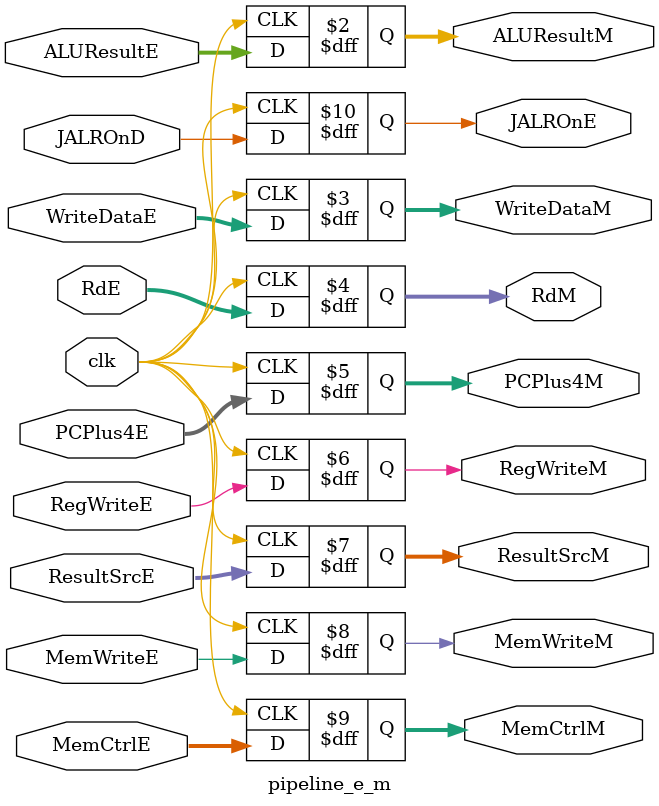
<source format=sv>
module pipeline_e_m #(
    parameter   DATA_WIDTH = 32
)(
    input logic                     clk,
    input logic [DATA_WIDTH -1:0]   ALUResultE,  
    input logic [DATA_WIDTH -1:0]   WriteDataE,
    input logic [4:0]               RdE,
    input logic [DATA_WIDTH -1:0]   PCPlus4E,
    input logic         RegWriteE,
    input logic [1:0]   ResultSrcE,
    input logic         MemWriteE,
    input logic [2:0]   MemCtrlE,
    input logic         JALROnD,
    output logic [DATA_WIDTH -1:0]  ALUResultM,
    output logic [DATA_WIDTH -1:0]  WriteDataM,
    output logic [4:0]              RdM,
    output logic [DATA_WIDTH -1:0]  PCPlus4M,
    output logic        RegWriteM,
    output logic [1:0]  ResultSrcM,
    output logic        MemWriteM,
    output logic [2:0]  MemCtrlM,
    output logic         JALROnE
);


    always_ff @(posedge clk) begin
        ALUResultM <= ALUResultE;
        WriteDataM <= WriteDataE;
        RdM <= RdE;
        PCPlus4M <= PCPlus4E;
        RegWriteM <= RegWriteE;
        ResultSrcM <= ResultSrcE;
        MemWriteM <= MemWriteE;
        MemCtrlM <= MemCtrlE;
        JALROnE <= JALROnD;
    end

endmodule

</source>
